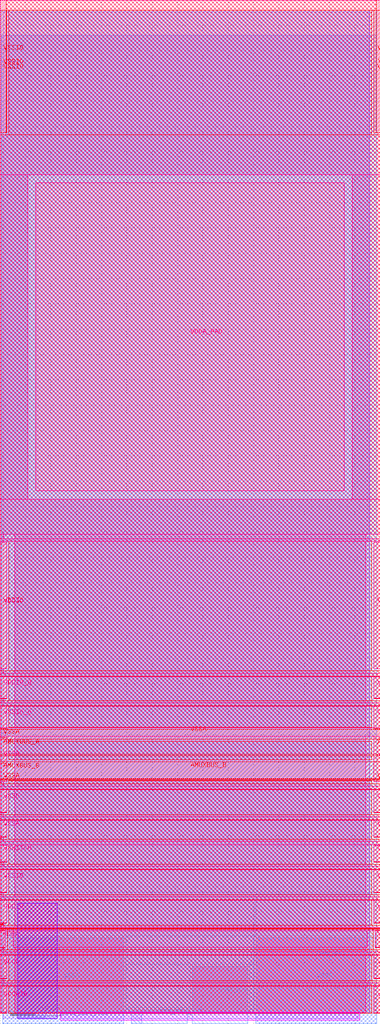
<source format=lef>
VERSION 5.7 ;
  NOWIREEXTENSIONATPIN ON ;
  DIVIDERCHAR "/" ;
  BUSBITCHARS "[]" ;
MACRO sky130_ef_io__vdda_hvc_pad
  CLASS PAD POWER ;
  FOREIGN sky130_ef_io__vdda_hvc_pad ;
  ORIGIN 0.000 0.000 ;
  SIZE 75.000 BY 197.965 ;
  PIN AMUXBUS_A
    DIRECTION INOUT ;
    USE SIGNAL ;
    PORT
      LAYER met4 ;
        RECT 73.730 51.090 75.000 54.070 ;
    END
    PORT
      LAYER met4 ;
        RECT 0.000 51.090 1.270 54.070 ;
    END
  END AMUXBUS_A
  PIN AMUXBUS_B
    DIRECTION INOUT ;
    USE SIGNAL ;
    PORT
      LAYER met4 ;
        RECT 0.000 46.330 75.000 49.610 ;
    END
    PORT
      LAYER met4 ;
        RECT 0.000 46.330 1.270 49.310 ;
    END
  END AMUXBUS_B
  PIN DRN_HVC
    DIRECTION INOUT ;
    USE POWER ;
    PORT
      LAYER met2 ;
        RECT 50.390 -2.035 74.290 23.625 ;
    END
    PORT
      LAYER met3 ;
        RECT 37.890 -2.035 48.890 9.295 ;
    END
  END DRN_HVC
  PIN SRC_BDY_HVC
    DIRECTION INOUT ;
    USE GROUND ;
    PORT
      LAYER met2 ;
        RECT 0.495 -2.035 24.395 0.020 ;
    END
    PORT
      LAYER met3 ;
        RECT 25.895 -2.035 36.895 0.690 ;
    END
  END SRC_BDY_HVC
  PIN VDDA_PAD
    DIRECTION INOUT ;
    USE POWER ;
    PORT
      LAYER met5 ;
        RECT 7.050 103.085 67.890 163.910 ;
    END
  END VDDA_PAD
  PIN VSSA
    DIRECTION INOUT ;
    USE GROUND ;
    PORT
      LAYER met5 ;
        RECT 73.730 45.700 75.000 54.700 ;
    END
    PORT
      LAYER met5 ;
        RECT 73.730 34.805 75.000 38.050 ;
    END
    PORT
      LAYER met5 ;
        RECT 0.000 45.700 1.270 54.700 ;
    END
    PORT
      LAYER met5 ;
        RECT 0.000 34.805 1.270 38.050 ;
    END
    PORT
      LAYER met4 ;
        RECT 73.730 49.610 75.000 50.790 ;
    END
    PORT
      LAYER met4 ;
        RECT 0.000 54.070 75.000 56.070 ;
    END
    PORT
      LAYER met4 ;
        RECT 73.730 45.700 75.000 46.030 ;
    END
    PORT
      LAYER met4 ;
        RECT 73.730 34.700 75.000 38.150 ;
    END
    PORT
      LAYER met4 ;
        RECT 0.000 45.700 1.270 46.030 ;
    END
    PORT
      LAYER met4 ;
        RECT 0.000 49.610 1.270 50.790 ;
    END
    PORT
      LAYER met4 ;
        RECT 0.000 54.370 1.270 54.700 ;
    END
    PORT
      LAYER met4 ;
        RECT 0.000 34.700 1.270 38.150 ;
    END
  END VSSA
  PIN VDDA
    DIRECTION INOUT ;
    USE POWER ;
    PORT
      LAYER met3 ;
        RECT 50.390 -2.035 74.290 14.925 ;
    END
    PORT
      LAYER met3 ;
        RECT 0.495 -2.035 24.395 14.925 ;
    END
    PORT
      LAYER met5 ;
        RECT 74.035 13.000 75.000 16.250 ;
    END
    PORT
      LAYER met5 ;
        RECT 0.000 13.000 0.965 16.250 ;
    END
    PORT
      LAYER met4 ;
        RECT 74.035 12.900 75.000 16.350 ;
    END
    PORT
      LAYER met4 ;
        RECT 0.000 12.900 0.965 16.350 ;
    END
  END VDDA
  PIN VSWITCH
    DIRECTION INOUT ;
    USE POWER ;
    PORT
      LAYER met5 ;
        RECT 73.730 29.950 75.000 33.200 ;
    END
    PORT
      LAYER met5 ;
        RECT 0.000 29.950 1.270 33.200 ;
    END
    PORT
      LAYER met4 ;
        RECT 73.730 29.850 75.000 33.300 ;
    END
    PORT
      LAYER met4 ;
        RECT 0.000 29.850 1.270 33.300 ;
    END
  END VSWITCH
  PIN VDDIO_Q
    DIRECTION INOUT ;
    USE POWER ;
    PORT
      LAYER met5 ;
        RECT 73.730 62.150 75.000 66.400 ;
    END
    PORT
      LAYER met5 ;
        RECT 0.000 62.150 1.270 66.400 ;
    END
    PORT
      LAYER met4 ;
        RECT 73.730 62.050 75.000 66.500 ;
    END
    PORT
      LAYER met4 ;
        RECT 0.000 62.050 1.270 66.500 ;
    END
  END VDDIO_Q
  PIN VCCHIB
    DIRECTION INOUT ;
    USE POWER ;
    PORT
      LAYER met5 ;
        RECT 73.730 0.100 75.000 5.350 ;
    END
    PORT
      LAYER met5 ;
        RECT 0.000 0.100 1.270 5.350 ;
    END
    PORT
      LAYER met4 ;
        RECT 73.730 0.000 75.000 5.450 ;
    END
    PORT
      LAYER met4 ;
        RECT 0.000 0.000 1.270 5.450 ;
    END
  END VCCHIB
  PIN VDDIO
    DIRECTION INOUT ;
    USE POWER ;
    PORT
      LAYER met5 ;
        RECT 73.730 68.000 75.000 92.950 ;
    END
    PORT
      LAYER met5 ;
        RECT 73.730 17.850 75.000 22.300 ;
    END
    PORT
      LAYER met5 ;
        RECT 0.000 68.000 1.270 92.950 ;
    END
    PORT
      LAYER met5 ;
        RECT 0.000 17.850 1.270 22.300 ;
    END
    PORT
      LAYER met4 ;
        RECT 73.730 17.750 75.000 22.400 ;
    END
    PORT
      LAYER met4 ;
        RECT 73.730 68.000 75.000 92.965 ;
    END
    PORT
      LAYER met4 ;
        RECT 0.000 17.750 1.270 22.400 ;
    END
    PORT
      LAYER met4 ;
        RECT 0.000 68.000 1.270 92.965 ;
    END
  END VDDIO
  PIN VCCD
    DIRECTION INOUT ;
    USE POWER ;
    PORT
      LAYER met5 ;
        RECT 73.730 6.950 75.000 11.400 ;
    END
    PORT
      LAYER met5 ;
        RECT 0.000 6.950 1.270 11.400 ;
    END
    PORT
      LAYER met4 ;
        RECT 73.730 6.850 75.000 11.500 ;
    END
    PORT
      LAYER met4 ;
        RECT 0.000 6.850 1.270 11.500 ;
    END
  END VCCD
  PIN VSSIO
    DIRECTION INOUT ;
    USE GROUND ;
    PORT
      LAYER met4 ;
        RECT 74.225 173.750 75.000 199.965 ;
    END
    PORT
      LAYER met4 ;
        RECT 0.000 173.750 1.205 199.965 ;
    END
    PORT
      LAYER met4 ;
        RECT 0.630 189.565 0.640 189.575 ;
    END
    PORT
      LAYER met4 ;
        RECT 74.360 189.565 74.370 189.575 ;
    END
    PORT
      LAYER met5 ;
        RECT 73.730 23.900 75.000 28.350 ;
    END
    PORT
      LAYER met5 ;
        RECT 0.000 23.900 1.270 28.350 ;
    END
    PORT
      LAYER met4 ;
        RECT 73.730 23.800 75.000 28.450 ;
    END
    PORT
      LAYER met4 ;
        RECT 73.730 173.750 75.000 197.965 ;
    END
    PORT
      LAYER met4 ;
        RECT 0.000 173.750 1.270 197.965 ;
    END
    PORT
      LAYER met4 ;
        RECT 0.000 23.800 1.270 28.450 ;
    END
  END VSSIO
  PIN VSSD
    DIRECTION INOUT ;
    USE GROUND ;
    PORT
      LAYER met5 ;
        RECT 73.730 39.650 75.000 44.100 ;
    END
    PORT
      LAYER met5 ;
        RECT 0.000 39.650 1.270 44.100 ;
    END
    PORT
      LAYER met4 ;
        RECT 73.730 39.550 75.000 44.200 ;
    END
    PORT
      LAYER met4 ;
        RECT 0.000 39.550 1.270 44.200 ;
    END
  END VSSD
  PIN VSSIO_Q
    DIRECTION INOUT ;
    USE GROUND ;
    PORT
      LAYER met5 ;
        RECT 73.730 56.300 75.000 60.550 ;
    END
    PORT
      LAYER met5 ;
        RECT 0.000 56.300 1.270 60.550 ;
    END
    PORT
      LAYER met4 ;
        RECT 73.730 56.200 75.000 60.650 ;
    END
    PORT
      LAYER met4 ;
        RECT 0.000 56.200 1.270 60.650 ;
    END
  END VSSIO_Q
  OBS
      LAYER pwell ;
        RECT 3.495 -1.100 11.285 21.755 ;
      LAYER nwell ;
        RECT 11.860 -1.350 70.965 0.170 ;
      LAYER li1 ;
        RECT 0.610 0.000 72.855 197.660 ;
        RECT 0.610 -0.970 11.155 0.000 ;
        RECT 12.035 -0.115 13.045 0.000 ;
        RECT 69.730 -0.115 70.680 0.000 ;
        RECT 12.035 -1.065 70.680 -0.115 ;
      LAYER met1 ;
        RECT 0.185 0.000 72.915 197.690 ;
        RECT 3.625 -0.905 8.855 0.000 ;
        RECT 12.035 -0.115 13.350 0.000 ;
        POLYGON 13.350 0.000 13.465 -0.115 13.350 -0.115 ;
        POLYGON 69.540 0.000 69.540 -0.115 69.425 -0.115 ;
        RECT 69.540 -0.115 70.680 0.000 ;
        RECT 12.035 -1.065 70.680 -0.115 ;
      LAYER met2 ;
        RECT 0.265 23.905 74.290 193.040 ;
        RECT 0.265 0.300 50.110 23.905 ;
        RECT 24.675 0.000 50.110 0.300 ;
        RECT 25.895 -2.035 27.895 -0.115 ;
      LAYER met3 ;
        RECT 0.240 15.325 74.290 197.965 ;
        RECT 24.795 9.695 49.990 15.325 ;
        RECT 24.795 1.090 37.490 9.695 ;
        RECT 24.795 0.690 25.495 1.090 ;
        RECT 37.295 0.690 37.490 1.090 ;
        RECT 49.290 0.690 49.990 9.695 ;
      LAYER met4 ;
        RECT 1.205 197.965 74.225 199.965 ;
        RECT 1.670 173.350 73.330 197.965 ;
        RECT 0.000 93.145 75.000 173.350 ;
        RECT 0.000 92.965 0.715 93.145 ;
        RECT 0.000 67.600 0.715 68.000 ;
        RECT 1.670 67.600 73.330 93.145 ;
        RECT 0.000 66.500 75.000 67.600 ;
        RECT 0.000 61.650 0.715 62.050 ;
        RECT 1.670 61.650 73.330 66.500 ;
        RECT 0.000 60.650 75.000 61.650 ;
        RECT 1.670 56.470 73.330 60.650 ;
        RECT 1.670 51.090 73.330 53.670 ;
        RECT 0.000 50.790 75.000 51.090 ;
        RECT 1.670 50.010 73.330 50.790 ;
        RECT 0.000 46.030 75.000 46.200 ;
        RECT 0.000 45.300 0.715 45.700 ;
        RECT 1.670 45.300 73.330 45.930 ;
        RECT 0.000 44.200 75.000 45.300 ;
        RECT 0.000 39.150 0.715 39.550 ;
        RECT 1.670 39.150 73.330 44.200 ;
        RECT 0.000 38.150 75.000 39.150 ;
        RECT 0.000 34.300 0.715 34.700 ;
        RECT 1.670 34.300 73.330 38.150 ;
        RECT 0.000 33.300 75.000 34.300 ;
        RECT 0.000 29.450 0.715 29.850 ;
        RECT 1.670 29.450 73.330 33.300 ;
        RECT 0.000 28.450 75.000 29.450 ;
        RECT 0.000 23.400 0.715 23.800 ;
        RECT 1.670 23.400 73.330 28.450 ;
        RECT 0.000 22.400 75.000 23.400 ;
        RECT 0.000 17.565 0.525 17.750 ;
        RECT 0.000 17.445 0.715 17.565 ;
        RECT 0.000 17.350 0.525 17.445 ;
        RECT 1.670 17.350 73.330 22.400 ;
        RECT 0.000 16.750 75.000 17.350 ;
        RECT 0.000 16.685 0.525 16.750 ;
        RECT 1.365 16.685 73.635 16.750 ;
        RECT 0.000 16.565 75.000 16.685 ;
        RECT 0.000 16.350 0.525 16.565 ;
        RECT 0.000 12.500 0.715 12.900 ;
        RECT 1.365 12.500 73.635 16.565 ;
        RECT 0.000 11.500 75.000 12.500 ;
        RECT 0.000 6.450 0.715 6.850 ;
        RECT 1.670 6.450 73.330 11.500 ;
        RECT 0.000 5.450 75.000 6.450 ;
        RECT 1.670 0.000 73.330 5.450 ;
      LAYER met5 ;
        RECT 0.000 165.510 75.000 199.965 ;
        RECT 0.000 101.485 5.450 165.510 ;
        RECT 69.490 101.485 75.000 165.510 ;
        RECT 0.000 94.550 75.000 101.485 ;
        RECT 0.000 93.645 0.715 94.550 ;
        RECT 2.870 93.645 72.130 94.550 ;
        RECT 0.000 93.145 75.000 93.645 ;
        RECT 0.000 92.950 0.715 93.145 ;
        RECT 0.000 67.100 0.715 68.000 ;
        RECT 2.870 67.100 72.130 93.145 ;
        RECT 0.000 66.400 75.000 67.100 ;
        RECT 0.000 61.250 0.715 62.150 ;
        RECT 2.870 61.250 72.130 66.400 ;
        RECT 0.000 60.550 75.000 61.250 ;
        RECT 2.870 56.300 72.130 60.550 ;
        RECT 0.000 54.700 75.000 56.300 ;
        RECT 0.000 44.800 0.715 45.700 ;
        RECT 2.870 44.800 72.130 54.700 ;
        RECT 0.000 44.100 75.000 44.800 ;
        RECT 0.000 38.750 0.715 39.650 ;
        RECT 2.870 38.750 72.130 44.100 ;
        RECT 0.000 38.100 75.000 38.750 ;
        RECT 0.000 38.050 0.715 38.100 ;
        RECT 0.000 33.900 0.715 34.805 ;
        RECT 2.870 33.900 72.130 38.100 ;
        RECT 0.000 33.250 75.000 33.900 ;
        RECT 0.000 33.200 0.715 33.250 ;
        RECT 0.000 29.050 0.715 29.950 ;
        RECT 2.870 29.050 72.130 33.250 ;
        RECT 0.000 28.350 75.000 29.050 ;
        RECT 0.000 23.000 0.715 23.900 ;
        RECT 2.870 23.000 72.130 28.350 ;
        RECT 0.000 22.300 75.000 23.000 ;
        RECT 0.000 16.950 0.715 17.850 ;
        RECT 2.870 16.950 72.130 22.300 ;
        RECT 0.000 16.300 75.000 16.950 ;
        RECT 0.000 16.250 0.715 16.300 ;
        RECT 2.870 16.250 72.130 16.300 ;
        RECT 2.565 13.000 72.435 16.250 ;
        RECT 0.000 12.100 0.715 13.000 ;
        RECT 2.870 12.100 72.130 13.000 ;
        RECT 0.000 11.400 75.000 12.100 ;
        RECT 0.000 6.045 0.715 6.950 ;
        RECT 2.870 6.045 72.130 11.400 ;
        RECT 0.000 5.350 75.000 6.045 ;
        RECT 2.870 0.100 72.130 5.350 ;
  END
END sky130_ef_io__vdda_hvc_pad
END LIBRARY


</source>
